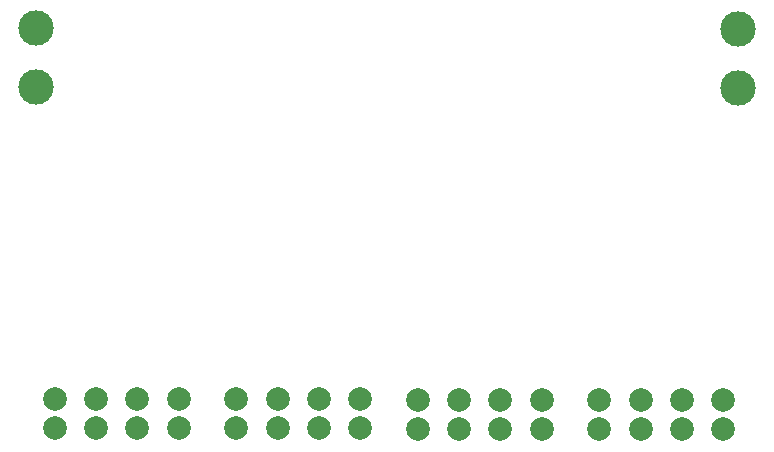
<source format=gbp>
G04 #@! TF.GenerationSoftware,KiCad,Pcbnew,(6.0.9)*
G04 #@! TF.CreationDate,2023-11-09T13:38:07+05:30*
G04 #@! TF.ProjectId,Modular-I2C-4PxRJ45-Relay-Driver,4d6f6475-6c61-4722-9d49-32432d345078,2*
G04 #@! TF.SameCoordinates,Original*
G04 #@! TF.FileFunction,Paste,Bot*
G04 #@! TF.FilePolarity,Positive*
%FSLAX46Y46*%
G04 Gerber Fmt 4.6, Leading zero omitted, Abs format (unit mm)*
G04 Created by KiCad (PCBNEW (6.0.9)) date 2023-11-09 13:38:07*
%MOMM*%
%LPD*%
G01*
G04 APERTURE LIST*
%ADD10C,2.000000*%
%ADD11C,3.000000*%
G04 APERTURE END LIST*
D10*
X121496000Y-109437300D03*
X121496000Y-111937300D03*
X124996000Y-109437300D03*
X124996000Y-111937300D03*
X128496000Y-109437300D03*
X128496000Y-111937300D03*
X131996000Y-109437300D03*
X131996000Y-111937300D03*
X136888400Y-109437300D03*
X136888400Y-111937300D03*
X140388400Y-109437300D03*
X140388400Y-111937300D03*
X143888400Y-109437300D03*
X143888400Y-111937300D03*
X147388400Y-109437300D03*
X147388400Y-111937300D03*
D11*
X179367900Y-83133800D03*
X179367900Y-78135800D03*
D10*
X167622400Y-109538900D03*
X167622400Y-112038900D03*
X171122400Y-109538900D03*
X171122400Y-112038900D03*
X174622400Y-109538900D03*
X174622400Y-112038900D03*
X178122400Y-109538900D03*
X178122400Y-112038900D03*
X152230000Y-109538900D03*
X152230000Y-112038900D03*
X155730000Y-109538900D03*
X155730000Y-112038900D03*
X159230000Y-109538900D03*
X159230000Y-112038900D03*
X162730000Y-109538900D03*
X162730000Y-112038900D03*
D11*
X119938800Y-78069800D03*
X119938800Y-83067800D03*
M02*

</source>
